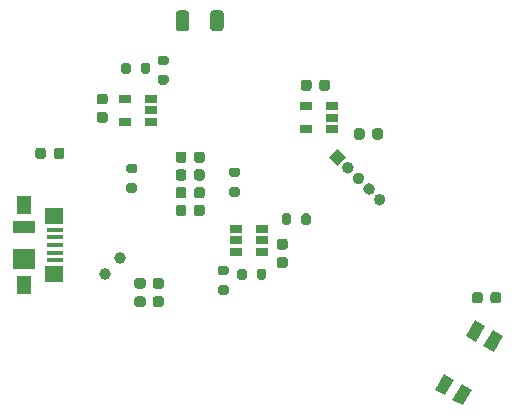
<source format=gbr>
%TF.GenerationSoftware,KiCad,Pcbnew,5.1.8-1.fc33*%
%TF.CreationDate,2020-12-25T13:36:26+01:00*%
%TF.ProjectId,lightring,6c696768-7472-4696-9e67-2e6b69636164,rev?*%
%TF.SameCoordinates,Original*%
%TF.FileFunction,Soldermask,Bot*%
%TF.FilePolarity,Negative*%
%FSLAX46Y46*%
G04 Gerber Fmt 4.6, Leading zero omitted, Abs format (unit mm)*
G04 Created by KiCad (PCBNEW 5.1.8-1.fc33) date 2020-12-25 13:36:26*
%MOMM*%
%LPD*%
G01*
G04 APERTURE LIST*
%ADD10C,0.100000*%
%ADD11C,1.000000*%
%ADD12R,1.900000X1.000000*%
%ADD13R,1.900000X1.800000*%
%ADD14R,1.300000X1.650000*%
%ADD15R,1.550000X1.425000*%
%ADD16R,1.380000X0.450000*%
%ADD17R,1.060000X0.650000*%
G04 APERTURE END LIST*
D10*
%TO.C,SW2*%
G36*
X189353109Y-87130513D02*
G01*
X190219135Y-87630513D01*
X189444135Y-88972853D01*
X188578109Y-88472853D01*
X189353109Y-87130513D01*
G37*
G36*
X186728109Y-91677147D02*
G01*
X187594135Y-92177147D01*
X186819135Y-93519487D01*
X185953109Y-93019487D01*
X186728109Y-91677147D01*
G37*
G36*
X185255865Y-90827147D02*
G01*
X186121891Y-91327147D01*
X185346891Y-92669487D01*
X184480865Y-92169487D01*
X185255865Y-90827147D01*
G37*
G36*
X187880865Y-86280513D02*
G01*
X188746891Y-86780513D01*
X187971891Y-88122853D01*
X187105865Y-87622853D01*
X187880865Y-86280513D01*
G37*
%TD*%
D11*
%TO.C,Y1*%
X157843503Y-81006497D03*
X156500000Y-82350000D03*
%TD*%
%TO.C,J1*%
G36*
G01*
X179438549Y-76445655D02*
X179438549Y-76445655D01*
G75*
G02*
X179438549Y-75738549I353553J353553D01*
G01*
X179438549Y-75738549D01*
G75*
G02*
X180145655Y-75738549I353553J-353553D01*
G01*
X180145655Y-75738549D01*
G75*
G02*
X180145655Y-76445655I-353553J-353553D01*
G01*
X180145655Y-76445655D01*
G75*
G02*
X179438549Y-76445655I-353553J353553D01*
G01*
G37*
G36*
G01*
X178540524Y-75547630D02*
X178540524Y-75547630D01*
G75*
G02*
X178540524Y-74840524I353553J353553D01*
G01*
X178540524Y-74840524D01*
G75*
G02*
X179247630Y-74840524I353553J-353553D01*
G01*
X179247630Y-74840524D01*
G75*
G02*
X179247630Y-75547630I-353553J-353553D01*
G01*
X179247630Y-75547630D01*
G75*
G02*
X178540524Y-75547630I-353553J353553D01*
G01*
G37*
G36*
G01*
X177642498Y-74649604D02*
X177642498Y-74649604D01*
G75*
G02*
X177642498Y-73942498I353553J353553D01*
G01*
X177642498Y-73942498D01*
G75*
G02*
X178349604Y-73942498I353553J-353553D01*
G01*
X178349604Y-73942498D01*
G75*
G02*
X178349604Y-74649604I-353553J-353553D01*
G01*
X178349604Y-74649604D01*
G75*
G02*
X177642498Y-74649604I-353553J353553D01*
G01*
G37*
G36*
G01*
X176744473Y-73751579D02*
X176744473Y-73751579D01*
G75*
G02*
X176744473Y-73044473I353553J353553D01*
G01*
X176744473Y-73044473D01*
G75*
G02*
X177451579Y-73044473I353553J-353553D01*
G01*
X177451579Y-73044473D01*
G75*
G02*
X177451579Y-73751579I-353553J-353553D01*
G01*
X177451579Y-73751579D01*
G75*
G02*
X176744473Y-73751579I-353553J353553D01*
G01*
G37*
D10*
G36*
X176200000Y-73207107D02*
G01*
X175492893Y-72500000D01*
X176200000Y-71792893D01*
X176907107Y-72500000D01*
X176200000Y-73207107D01*
G37*
%TD*%
%TO.C,BT1*%
G36*
G01*
X165456440Y-61569761D02*
X165456440Y-60319759D01*
G75*
G02*
X165706439Y-60069760I249999J0D01*
G01*
X166331441Y-60069760D01*
G75*
G02*
X166581440Y-60319759I0J-249999D01*
G01*
X166581440Y-61569761D01*
G75*
G02*
X166331441Y-61819760I-249999J0D01*
G01*
X165706439Y-61819760D01*
G75*
G02*
X165456440Y-61569761I0J249999D01*
G01*
G37*
G36*
G01*
X162531440Y-61569761D02*
X162531440Y-60319759D01*
G75*
G02*
X162781439Y-60069760I249999J0D01*
G01*
X163406441Y-60069760D01*
G75*
G02*
X163656440Y-60319759I0J-249999D01*
G01*
X163656440Y-61569761D01*
G75*
G02*
X163406441Y-61819760I-249999J0D01*
G01*
X162781439Y-61819760D01*
G75*
G02*
X162531440Y-61569761I0J249999D01*
G01*
G37*
%TD*%
%TO.C,C1*%
G36*
G01*
X159250000Y-84275000D02*
X159750000Y-84275000D01*
G75*
G02*
X159975000Y-84500000I0J-225000D01*
G01*
X159975000Y-84950000D01*
G75*
G02*
X159750000Y-85175000I-225000J0D01*
G01*
X159250000Y-85175000D01*
G75*
G02*
X159025000Y-84950000I0J225000D01*
G01*
X159025000Y-84500000D01*
G75*
G02*
X159250000Y-84275000I225000J0D01*
G01*
G37*
G36*
G01*
X159250000Y-82725000D02*
X159750000Y-82725000D01*
G75*
G02*
X159975000Y-82950000I0J-225000D01*
G01*
X159975000Y-83400000D01*
G75*
G02*
X159750000Y-83625000I-225000J0D01*
G01*
X159250000Y-83625000D01*
G75*
G02*
X159025000Y-83400000I0J225000D01*
G01*
X159025000Y-82950000D01*
G75*
G02*
X159250000Y-82725000I225000J0D01*
G01*
G37*
%TD*%
%TO.C,C2*%
G36*
G01*
X164075000Y-75750000D02*
X164075000Y-75250000D01*
G75*
G02*
X164300000Y-75025000I225000J0D01*
G01*
X164750000Y-75025000D01*
G75*
G02*
X164975000Y-75250000I0J-225000D01*
G01*
X164975000Y-75750000D01*
G75*
G02*
X164750000Y-75975000I-225000J0D01*
G01*
X164300000Y-75975000D01*
G75*
G02*
X164075000Y-75750000I0J225000D01*
G01*
G37*
G36*
G01*
X162525000Y-75750000D02*
X162525000Y-75250000D01*
G75*
G02*
X162750000Y-75025000I225000J0D01*
G01*
X163200000Y-75025000D01*
G75*
G02*
X163425000Y-75250000I0J-225000D01*
G01*
X163425000Y-75750000D01*
G75*
G02*
X163200000Y-75975000I-225000J0D01*
G01*
X162750000Y-75975000D01*
G75*
G02*
X162525000Y-75750000I0J225000D01*
G01*
G37*
%TD*%
%TO.C,C4*%
G36*
G01*
X189175000Y-84650000D02*
X189175000Y-84150000D01*
G75*
G02*
X189400000Y-83925000I225000J0D01*
G01*
X189850000Y-83925000D01*
G75*
G02*
X190075000Y-84150000I0J-225000D01*
G01*
X190075000Y-84650000D01*
G75*
G02*
X189850000Y-84875000I-225000J0D01*
G01*
X189400000Y-84875000D01*
G75*
G02*
X189175000Y-84650000I0J225000D01*
G01*
G37*
G36*
G01*
X187625000Y-84650000D02*
X187625000Y-84150000D01*
G75*
G02*
X187850000Y-83925000I225000J0D01*
G01*
X188300000Y-83925000D01*
G75*
G02*
X188525000Y-84150000I0J-225000D01*
G01*
X188525000Y-84650000D01*
G75*
G02*
X188300000Y-84875000I-225000J0D01*
G01*
X187850000Y-84875000D01*
G75*
G02*
X187625000Y-84650000I0J225000D01*
G01*
G37*
%TD*%
%TO.C,C5*%
G36*
G01*
X160800000Y-84275000D02*
X161300000Y-84275000D01*
G75*
G02*
X161525000Y-84500000I0J-225000D01*
G01*
X161525000Y-84950000D01*
G75*
G02*
X161300000Y-85175000I-225000J0D01*
G01*
X160800000Y-85175000D01*
G75*
G02*
X160575000Y-84950000I0J225000D01*
G01*
X160575000Y-84500000D01*
G75*
G02*
X160800000Y-84275000I225000J0D01*
G01*
G37*
G36*
G01*
X160800000Y-82725000D02*
X161300000Y-82725000D01*
G75*
G02*
X161525000Y-82950000I0J-225000D01*
G01*
X161525000Y-83400000D01*
G75*
G02*
X161300000Y-83625000I-225000J0D01*
G01*
X160800000Y-83625000D01*
G75*
G02*
X160575000Y-83400000I0J225000D01*
G01*
X160575000Y-82950000D01*
G75*
G02*
X160800000Y-82725000I225000J0D01*
G01*
G37*
%TD*%
%TO.C,C6*%
G36*
G01*
X164075000Y-77250000D02*
X164075000Y-76750000D01*
G75*
G02*
X164300000Y-76525000I225000J0D01*
G01*
X164750000Y-76525000D01*
G75*
G02*
X164975000Y-76750000I0J-225000D01*
G01*
X164975000Y-77250000D01*
G75*
G02*
X164750000Y-77475000I-225000J0D01*
G01*
X164300000Y-77475000D01*
G75*
G02*
X164075000Y-77250000I0J225000D01*
G01*
G37*
G36*
G01*
X162525000Y-77250000D02*
X162525000Y-76750000D01*
G75*
G02*
X162750000Y-76525000I225000J0D01*
G01*
X163200000Y-76525000D01*
G75*
G02*
X163425000Y-76750000I0J-225000D01*
G01*
X163425000Y-77250000D01*
G75*
G02*
X163200000Y-77475000I-225000J0D01*
G01*
X162750000Y-77475000D01*
G75*
G02*
X162525000Y-77250000I0J225000D01*
G01*
G37*
%TD*%
%TO.C,C7*%
G36*
G01*
X164075000Y-72750000D02*
X164075000Y-72250000D01*
G75*
G02*
X164300000Y-72025000I225000J0D01*
G01*
X164750000Y-72025000D01*
G75*
G02*
X164975000Y-72250000I0J-225000D01*
G01*
X164975000Y-72750000D01*
G75*
G02*
X164750000Y-72975000I-225000J0D01*
G01*
X164300000Y-72975000D01*
G75*
G02*
X164075000Y-72750000I0J225000D01*
G01*
G37*
G36*
G01*
X162525000Y-72750000D02*
X162525000Y-72250000D01*
G75*
G02*
X162750000Y-72025000I225000J0D01*
G01*
X163200000Y-72025000D01*
G75*
G02*
X163425000Y-72250000I0J-225000D01*
G01*
X163425000Y-72750000D01*
G75*
G02*
X163200000Y-72975000I-225000J0D01*
G01*
X162750000Y-72975000D01*
G75*
G02*
X162525000Y-72750000I0J225000D01*
G01*
G37*
%TD*%
%TO.C,C8*%
G36*
G01*
X164075000Y-74250000D02*
X164075000Y-73750000D01*
G75*
G02*
X164300000Y-73525000I225000J0D01*
G01*
X164750000Y-73525000D01*
G75*
G02*
X164975000Y-73750000I0J-225000D01*
G01*
X164975000Y-74250000D01*
G75*
G02*
X164750000Y-74475000I-225000J0D01*
G01*
X164300000Y-74475000D01*
G75*
G02*
X164075000Y-74250000I0J225000D01*
G01*
G37*
G36*
G01*
X162525000Y-74250000D02*
X162525000Y-73750000D01*
G75*
G02*
X162750000Y-73525000I225000J0D01*
G01*
X163200000Y-73525000D01*
G75*
G02*
X163425000Y-73750000I0J-225000D01*
G01*
X163425000Y-74250000D01*
G75*
G02*
X163200000Y-74475000I-225000J0D01*
G01*
X162750000Y-74475000D01*
G75*
G02*
X162525000Y-74250000I0J225000D01*
G01*
G37*
%TD*%
%TO.C,C9*%
G36*
G01*
X156543820Y-68031480D02*
X156043820Y-68031480D01*
G75*
G02*
X155818820Y-67806480I0J225000D01*
G01*
X155818820Y-67356480D01*
G75*
G02*
X156043820Y-67131480I225000J0D01*
G01*
X156543820Y-67131480D01*
G75*
G02*
X156768820Y-67356480I0J-225000D01*
G01*
X156768820Y-67806480D01*
G75*
G02*
X156543820Y-68031480I-225000J0D01*
G01*
G37*
G36*
G01*
X156543820Y-69581480D02*
X156043820Y-69581480D01*
G75*
G02*
X155818820Y-69356480I0J225000D01*
G01*
X155818820Y-68906480D01*
G75*
G02*
X156043820Y-68681480I225000J0D01*
G01*
X156543820Y-68681480D01*
G75*
G02*
X156768820Y-68906480I0J-225000D01*
G01*
X156768820Y-69356480D01*
G75*
G02*
X156543820Y-69581480I-225000J0D01*
G01*
G37*
%TD*%
%TO.C,C10*%
G36*
G01*
X174675680Y-66650680D02*
X174675680Y-66150680D01*
G75*
G02*
X174900680Y-65925680I225000J0D01*
G01*
X175350680Y-65925680D01*
G75*
G02*
X175575680Y-66150680I0J-225000D01*
G01*
X175575680Y-66650680D01*
G75*
G02*
X175350680Y-66875680I-225000J0D01*
G01*
X174900680Y-66875680D01*
G75*
G02*
X174675680Y-66650680I0J225000D01*
G01*
G37*
G36*
G01*
X173125680Y-66650680D02*
X173125680Y-66150680D01*
G75*
G02*
X173350680Y-65925680I225000J0D01*
G01*
X173800680Y-65925680D01*
G75*
G02*
X174025680Y-66150680I0J-225000D01*
G01*
X174025680Y-66650680D01*
G75*
G02*
X173800680Y-66875680I-225000J0D01*
G01*
X173350680Y-66875680D01*
G75*
G02*
X173125680Y-66650680I0J225000D01*
G01*
G37*
%TD*%
%TO.C,C11*%
G36*
G01*
X171796520Y-80320000D02*
X171296520Y-80320000D01*
G75*
G02*
X171071520Y-80095000I0J225000D01*
G01*
X171071520Y-79645000D01*
G75*
G02*
X171296520Y-79420000I225000J0D01*
G01*
X171796520Y-79420000D01*
G75*
G02*
X172021520Y-79645000I0J-225000D01*
G01*
X172021520Y-80095000D01*
G75*
G02*
X171796520Y-80320000I-225000J0D01*
G01*
G37*
G36*
G01*
X171796520Y-81870000D02*
X171296520Y-81870000D01*
G75*
G02*
X171071520Y-81645000I0J225000D01*
G01*
X171071520Y-81195000D01*
G75*
G02*
X171296520Y-80970000I225000J0D01*
G01*
X171796520Y-80970000D01*
G75*
G02*
X172021520Y-81195000I0J-225000D01*
G01*
X172021520Y-81645000D01*
G75*
G02*
X171796520Y-81870000I-225000J0D01*
G01*
G37*
%TD*%
%TO.C,C12*%
G36*
G01*
X179166700Y-70780720D02*
X179166700Y-70280720D01*
G75*
G02*
X179391700Y-70055720I225000J0D01*
G01*
X179841700Y-70055720D01*
G75*
G02*
X180066700Y-70280720I0J-225000D01*
G01*
X180066700Y-70780720D01*
G75*
G02*
X179841700Y-71005720I-225000J0D01*
G01*
X179391700Y-71005720D01*
G75*
G02*
X179166700Y-70780720I0J225000D01*
G01*
G37*
G36*
G01*
X177616700Y-70780720D02*
X177616700Y-70280720D01*
G75*
G02*
X177841700Y-70055720I225000J0D01*
G01*
X178291700Y-70055720D01*
G75*
G02*
X178516700Y-70280720I0J-225000D01*
G01*
X178516700Y-70780720D01*
G75*
G02*
X178291700Y-71005720I-225000J0D01*
G01*
X177841700Y-71005720D01*
G75*
G02*
X177616700Y-70780720I0J225000D01*
G01*
G37*
%TD*%
%TO.C,D44*%
G36*
G01*
X152221780Y-72427810D02*
X152221780Y-71915310D01*
G75*
G02*
X152440530Y-71696560I218750J0D01*
G01*
X152878030Y-71696560D01*
G75*
G02*
X153096780Y-71915310I0J-218750D01*
G01*
X153096780Y-72427810D01*
G75*
G02*
X152878030Y-72646560I-218750J0D01*
G01*
X152440530Y-72646560D01*
G75*
G02*
X152221780Y-72427810I0J218750D01*
G01*
G37*
G36*
G01*
X150646780Y-72427810D02*
X150646780Y-71915310D01*
G75*
G02*
X150865530Y-71696560I218750J0D01*
G01*
X151303030Y-71696560D01*
G75*
G02*
X151521780Y-71915310I0J-218750D01*
G01*
X151521780Y-72427810D01*
G75*
G02*
X151303030Y-72646560I-218750J0D01*
G01*
X150865530Y-72646560D01*
G75*
G02*
X150646780Y-72427810I0J218750D01*
G01*
G37*
%TD*%
D12*
%TO.C,J2*%
X149637900Y-78386340D03*
D13*
X149637900Y-81086340D03*
D14*
X149637900Y-76561340D03*
X149637900Y-83311340D03*
D15*
X152212900Y-77448840D03*
X152212900Y-82423840D03*
D16*
X152297900Y-78636340D03*
X152297900Y-79286340D03*
X152297900Y-79936340D03*
X152297900Y-80586340D03*
X152297900Y-81236340D03*
%TD*%
%TO.C,R43*%
G36*
G01*
X167225000Y-75025000D02*
X167775000Y-75025000D01*
G75*
G02*
X167975000Y-75225000I0J-200000D01*
G01*
X167975000Y-75625000D01*
G75*
G02*
X167775000Y-75825000I-200000J0D01*
G01*
X167225000Y-75825000D01*
G75*
G02*
X167025000Y-75625000I0J200000D01*
G01*
X167025000Y-75225000D01*
G75*
G02*
X167225000Y-75025000I200000J0D01*
G01*
G37*
G36*
G01*
X167225000Y-73375000D02*
X167775000Y-73375000D01*
G75*
G02*
X167975000Y-73575000I0J-200000D01*
G01*
X167975000Y-73975000D01*
G75*
G02*
X167775000Y-74175000I-200000J0D01*
G01*
X167225000Y-74175000D01*
G75*
G02*
X167025000Y-73975000I0J200000D01*
G01*
X167025000Y-73575000D01*
G75*
G02*
X167225000Y-73375000I200000J0D01*
G01*
G37*
%TD*%
%TO.C,R44*%
G36*
G01*
X158525000Y-74700000D02*
X159075000Y-74700000D01*
G75*
G02*
X159275000Y-74900000I0J-200000D01*
G01*
X159275000Y-75300000D01*
G75*
G02*
X159075000Y-75500000I-200000J0D01*
G01*
X158525000Y-75500000D01*
G75*
G02*
X158325000Y-75300000I0J200000D01*
G01*
X158325000Y-74900000D01*
G75*
G02*
X158525000Y-74700000I200000J0D01*
G01*
G37*
G36*
G01*
X158525000Y-73050000D02*
X159075000Y-73050000D01*
G75*
G02*
X159275000Y-73250000I0J-200000D01*
G01*
X159275000Y-73650000D01*
G75*
G02*
X159075000Y-73850000I-200000J0D01*
G01*
X158525000Y-73850000D01*
G75*
G02*
X158325000Y-73650000I0J200000D01*
G01*
X158325000Y-73250000D01*
G75*
G02*
X158525000Y-73050000I200000J0D01*
G01*
G37*
%TD*%
%TO.C,R45*%
G36*
G01*
X159561080Y-65243120D02*
X159561080Y-64693120D01*
G75*
G02*
X159761080Y-64493120I200000J0D01*
G01*
X160161080Y-64493120D01*
G75*
G02*
X160361080Y-64693120I0J-200000D01*
G01*
X160361080Y-65243120D01*
G75*
G02*
X160161080Y-65443120I-200000J0D01*
G01*
X159761080Y-65443120D01*
G75*
G02*
X159561080Y-65243120I0J200000D01*
G01*
G37*
G36*
G01*
X157911080Y-65243120D02*
X157911080Y-64693120D01*
G75*
G02*
X158111080Y-64493120I200000J0D01*
G01*
X158511080Y-64493120D01*
G75*
G02*
X158711080Y-64693120I0J-200000D01*
G01*
X158711080Y-65243120D01*
G75*
G02*
X158511080Y-65443120I-200000J0D01*
G01*
X158111080Y-65443120D01*
G75*
G02*
X157911080Y-65243120I0J200000D01*
G01*
G37*
%TD*%
%TO.C,R46*%
G36*
G01*
X166285000Y-83335000D02*
X166835000Y-83335000D01*
G75*
G02*
X167035000Y-83535000I0J-200000D01*
G01*
X167035000Y-83935000D01*
G75*
G02*
X166835000Y-84135000I-200000J0D01*
G01*
X166285000Y-84135000D01*
G75*
G02*
X166085000Y-83935000I0J200000D01*
G01*
X166085000Y-83535000D01*
G75*
G02*
X166285000Y-83335000I200000J0D01*
G01*
G37*
G36*
G01*
X166285000Y-81685000D02*
X166835000Y-81685000D01*
G75*
G02*
X167035000Y-81885000I0J-200000D01*
G01*
X167035000Y-82285000D01*
G75*
G02*
X166835000Y-82485000I-200000J0D01*
G01*
X166285000Y-82485000D01*
G75*
G02*
X166085000Y-82285000I0J200000D01*
G01*
X166085000Y-81885000D01*
G75*
G02*
X166285000Y-81685000I200000J0D01*
G01*
G37*
%TD*%
%TO.C,R47*%
G36*
G01*
X173158200Y-78011700D02*
X173158200Y-77461700D01*
G75*
G02*
X173358200Y-77261700I200000J0D01*
G01*
X173758200Y-77261700D01*
G75*
G02*
X173958200Y-77461700I0J-200000D01*
G01*
X173958200Y-78011700D01*
G75*
G02*
X173758200Y-78211700I-200000J0D01*
G01*
X173358200Y-78211700D01*
G75*
G02*
X173158200Y-78011700I0J200000D01*
G01*
G37*
G36*
G01*
X171508200Y-78011700D02*
X171508200Y-77461700D01*
G75*
G02*
X171708200Y-77261700I200000J0D01*
G01*
X172108200Y-77261700D01*
G75*
G02*
X172308200Y-77461700I0J-200000D01*
G01*
X172308200Y-78011700D01*
G75*
G02*
X172108200Y-78211700I-200000J0D01*
G01*
X171708200Y-78211700D01*
G75*
G02*
X171508200Y-78011700I0J200000D01*
G01*
G37*
%TD*%
%TO.C,R48*%
G36*
G01*
X161735000Y-64695000D02*
X161185000Y-64695000D01*
G75*
G02*
X160985000Y-64495000I0J200000D01*
G01*
X160985000Y-64095000D01*
G75*
G02*
X161185000Y-63895000I200000J0D01*
G01*
X161735000Y-63895000D01*
G75*
G02*
X161935000Y-64095000I0J-200000D01*
G01*
X161935000Y-64495000D01*
G75*
G02*
X161735000Y-64695000I-200000J0D01*
G01*
G37*
G36*
G01*
X161735000Y-66345000D02*
X161185000Y-66345000D01*
G75*
G02*
X160985000Y-66145000I0J200000D01*
G01*
X160985000Y-65745000D01*
G75*
G02*
X161185000Y-65545000I200000J0D01*
G01*
X161735000Y-65545000D01*
G75*
G02*
X161935000Y-65745000I0J-200000D01*
G01*
X161935000Y-66145000D01*
G75*
G02*
X161735000Y-66345000I-200000J0D01*
G01*
G37*
%TD*%
%TO.C,R49*%
G36*
G01*
X168533260Y-82127680D02*
X168533260Y-82677680D01*
G75*
G02*
X168333260Y-82877680I-200000J0D01*
G01*
X167933260Y-82877680D01*
G75*
G02*
X167733260Y-82677680I0J200000D01*
G01*
X167733260Y-82127680D01*
G75*
G02*
X167933260Y-81927680I200000J0D01*
G01*
X168333260Y-81927680D01*
G75*
G02*
X168533260Y-82127680I0J-200000D01*
G01*
G37*
G36*
G01*
X170183260Y-82127680D02*
X170183260Y-82677680D01*
G75*
G02*
X169983260Y-82877680I-200000J0D01*
G01*
X169583260Y-82877680D01*
G75*
G02*
X169383260Y-82677680I0J200000D01*
G01*
X169383260Y-82127680D01*
G75*
G02*
X169583260Y-81927680I200000J0D01*
G01*
X169983260Y-81927680D01*
G75*
G02*
X170183260Y-82127680I0J-200000D01*
G01*
G37*
%TD*%
D17*
%TO.C,U2*%
X158251980Y-67581740D03*
X158251980Y-69481740D03*
X160451980Y-69481740D03*
X160451980Y-68531740D03*
X160451980Y-67581740D03*
%TD*%
%TO.C,U3*%
X169852520Y-79537560D03*
X169852520Y-80487560D03*
X169852520Y-78587560D03*
X167652520Y-78587560D03*
X167652520Y-79537560D03*
X167652520Y-80487560D03*
%TD*%
%TO.C,U4*%
X173578340Y-68198960D03*
X173578340Y-70098960D03*
X175778340Y-70098960D03*
X175778340Y-69148960D03*
X175778340Y-68198960D03*
%TD*%
M02*

</source>
